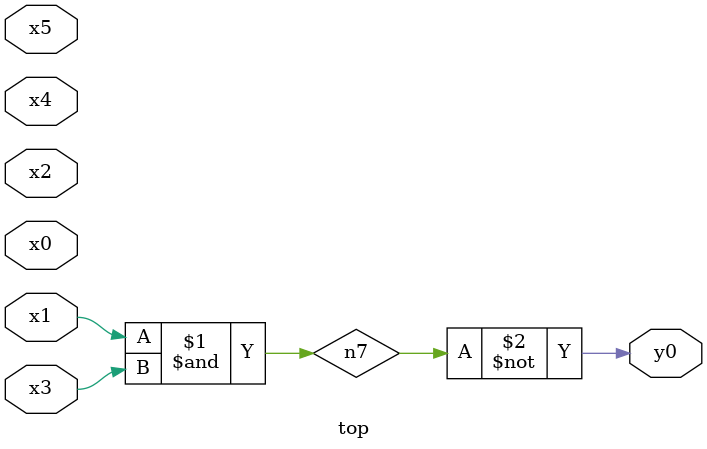
<source format=v>
module top( x0 , x1 , x2 , x3 , x4 , x5 , y0 );
  input x0 , x1 , x2 , x3 , x4 , x5 ;
  output y0 ;
  wire n7 ;
  assign n7 = x1 & x3 ;
  assign y0 = ~n7 ;
endmodule

</source>
